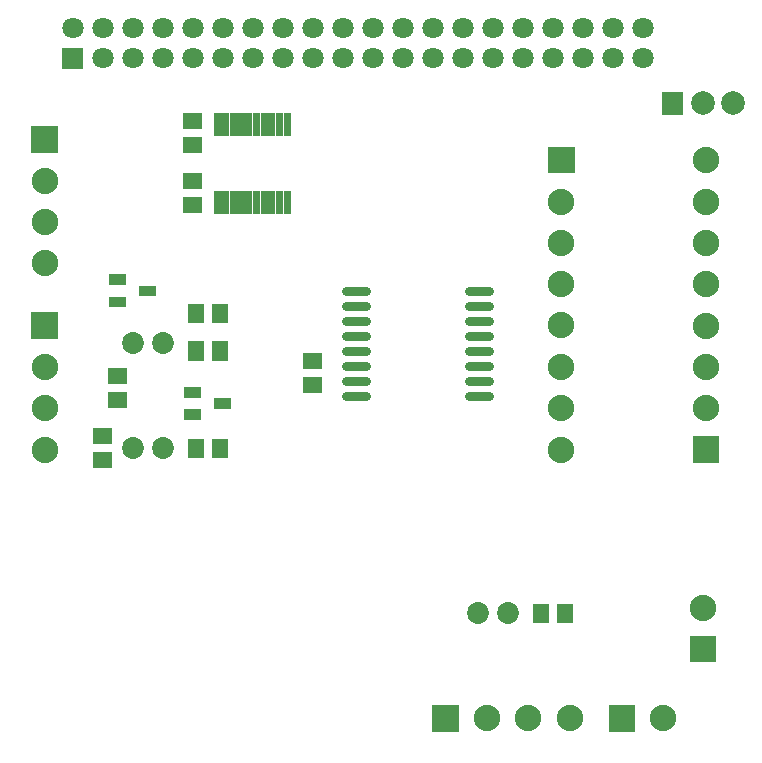
<source format=gts>
G04 Layer: TopSolderMaskLayer*
G04 EasyEDA v6.3.22, 2020-01-23T08:33:16+01:00*
G04 c9beca13151b413282484c31864a17c3,a11fdbbf625d454fa155e63b1a2a2389,10*
G04 Gerber Generator version 0.2*
G04 Scale: 100 percent, Rotated: No, Reflected: No *
G04 Dimensions in inches *
G04 leading zeros omitted , absolute positions ,2 integer and 4 decimal *
%FSLAX24Y24*%
%MOIN*%
G90*
G70D02*

%ADD33C,0.031622*%
%ADD35R,0.088000X0.088000*%
%ADD36C,0.088000*%
%ADD38C,0.070992*%
%ADD39C,0.078866*%
%ADD44C,0.073000*%

%LPD*%
G54D33*
G01X12539Y16000D02*
G01X11870Y16000D01*
G01X12539Y15500D02*
G01X11870Y15500D01*
G01X12539Y15000D02*
G01X11870Y15000D01*
G01X12539Y14500D02*
G01X11870Y14500D01*
G01X12539Y14000D02*
G01X11870Y14000D01*
G01X12539Y13500D02*
G01X11870Y13500D01*
G01X12539Y13000D02*
G01X11870Y13000D01*
G01X12539Y12500D02*
G01X11870Y12500D01*
G01X16629Y16000D02*
G01X15960Y16000D01*
G01X16629Y15500D02*
G01X15960Y15500D01*
G01X16629Y15000D02*
G01X15960Y15000D01*
G01X16629Y14500D02*
G01X15960Y14500D01*
G01X16629Y14000D02*
G01X15960Y14000D01*
G01X16629Y13500D02*
G01X15960Y13500D01*
G01X16629Y13000D02*
G01X15960Y13000D01*
G01X16629Y12500D02*
G01X15960Y12500D01*
G36*
G01X6582Y10425D02*
G01X6582Y11075D01*
G01X7117Y11075D01*
G01X7117Y10425D01*
G01X6582Y10425D01*
G37*
G36*
G01X7381Y10425D02*
G01X7381Y11075D01*
G01X7918Y11075D01*
G01X7918Y10425D01*
G01X7381Y10425D01*
G37*
G36*
G01X1376Y20603D02*
G01X1376Y21484D01*
G01X2257Y21484D01*
G01X2257Y20603D01*
G01X1376Y20603D01*
G37*
G54D36*
G01X1816Y19663D03*
G01X1816Y18283D03*
G01X1816Y16913D03*
G36*
G01X2394Y23394D02*
G01X2394Y24105D01*
G01X3105Y24105D01*
G01X3105Y23394D01*
G01X2394Y23394D01*
G37*
G54D38*
G01X2750Y24750D03*
G01X3750Y23750D03*
G01X3750Y24750D03*
G01X4750Y23750D03*
G01X4750Y24750D03*
G01X5750Y23750D03*
G01X5750Y24750D03*
G01X6750Y23750D03*
G01X6750Y24750D03*
G01X7750Y23750D03*
G01X7750Y24750D03*
G01X8750Y23750D03*
G01X8750Y24750D03*
G01X9750Y23750D03*
G01X9750Y24750D03*
G01X10750Y23750D03*
G01X10750Y24750D03*
G01X11750Y23750D03*
G01X11750Y24750D03*
G01X12750Y23750D03*
G01X12750Y24750D03*
G01X13750Y23750D03*
G01X13750Y24750D03*
G01X14750Y23750D03*
G01X14750Y24750D03*
G01X15750Y23750D03*
G01X15750Y24750D03*
G01X16750Y23750D03*
G01X16750Y24750D03*
G01X17750Y23750D03*
G01X17750Y24750D03*
G01X18750Y23750D03*
G01X18750Y24750D03*
G01X19750Y23750D03*
G01X19750Y24750D03*
G01X20750Y23750D03*
G01X20750Y24750D03*
G01X21750Y23750D03*
G01X21750Y24750D03*
G54D39*
G01X24750Y22250D03*
G01X23750Y22250D03*
G36*
G01X22400Y21855D02*
G01X22400Y22644D01*
G01X23100Y22644D01*
G01X23100Y21855D01*
G01X22400Y21855D01*
G37*
G36*
G01X23423Y10269D02*
G01X23423Y11148D01*
G01X24303Y11148D01*
G01X24303Y10269D01*
G01X23423Y10269D01*
G37*
G54D36*
G01X23864Y12088D03*
G01X23864Y13468D03*
G01X23864Y14838D03*
G01X23864Y16218D03*
G01X23864Y17598D03*
G01X23864Y18978D03*
G01X23864Y20358D03*
G36*
G01X14744Y1309D02*
G01X14744Y2190D01*
G01X15625Y2190D01*
G01X15625Y1309D01*
G01X14744Y1309D01*
G37*
G01X16564Y1750D03*
G01X17944Y1750D03*
G01X19314Y1750D03*
G36*
G01X1376Y14403D02*
G01X1376Y15282D01*
G01X2257Y15282D01*
G01X2257Y14403D01*
G01X1376Y14403D01*
G37*
G01X1816Y13462D03*
G01X1816Y12082D03*
G01X1816Y10712D03*
G54D35*
G01X23750Y4059D03*
G54D36*
G01X23750Y5440D03*
G36*
G01X18601Y19919D02*
G01X18601Y20798D01*
G01X19481Y20798D01*
G01X19481Y19919D01*
G01X18601Y19919D01*
G37*
G01X19041Y18978D03*
G01X19041Y17598D03*
G01X19041Y16228D03*
G01X19041Y14848D03*
G01X19041Y13468D03*
G01X19041Y12088D03*
G01X19041Y10708D03*
G36*
G01X18081Y4925D02*
G01X18081Y5575D01*
G01X18618Y5575D01*
G01X18618Y4925D01*
G01X18081Y4925D01*
G37*
G36*
G01X18881Y4925D02*
G01X18881Y5575D01*
G01X19418Y5575D01*
G01X19418Y4925D01*
G01X18881Y4925D01*
G37*
G36*
G01X10425Y12582D02*
G01X10425Y13117D01*
G01X11075Y13117D01*
G01X11075Y12582D01*
G01X10425Y12582D01*
G37*
G36*
G01X10425Y13382D02*
G01X10425Y13917D01*
G01X11075Y13917D01*
G01X11075Y13382D01*
G01X10425Y13382D01*
G37*
G36*
G01X6425Y21382D02*
G01X6425Y21917D01*
G01X7075Y21917D01*
G01X7075Y21382D01*
G01X6425Y21382D01*
G37*
G36*
G01X6425Y20582D02*
G01X6425Y21117D01*
G01X7075Y21117D01*
G01X7075Y20582D01*
G01X6425Y20582D01*
G37*
G36*
G01X6425Y18582D02*
G01X6425Y19117D01*
G01X7075Y19117D01*
G01X7075Y18582D01*
G01X6425Y18582D01*
G37*
G36*
G01X6425Y19382D02*
G01X6425Y19917D01*
G01X7075Y19917D01*
G01X7075Y19382D01*
G01X6425Y19382D01*
G37*
G36*
G01X4955Y15821D02*
G01X4955Y16178D01*
G01X5528Y16178D01*
G01X5528Y15821D01*
G01X4955Y15821D01*
G37*
G36*
G01X3971Y15448D02*
G01X3971Y15803D01*
G01X4544Y15803D01*
G01X4544Y15448D01*
G01X3971Y15448D01*
G37*
G36*
G01X3971Y16196D02*
G01X3971Y16552D01*
G01X4544Y16552D01*
G01X4544Y16196D01*
G01X3971Y16196D01*
G37*
G36*
G01X9781Y21153D02*
G01X9781Y21944D01*
G01X10022Y21944D01*
G01X10022Y21153D01*
G01X9781Y21153D01*
G37*
G36*
G01X9526Y21153D02*
G01X9526Y21944D01*
G01X9765Y21944D01*
G01X9765Y21153D01*
G01X9526Y21153D01*
G37*
G36*
G01X9269Y21153D02*
G01X9269Y21944D01*
G01X9510Y21944D01*
G01X9510Y21153D01*
G01X9269Y21153D01*
G37*
G36*
G01X9014Y21153D02*
G01X9014Y21944D01*
G01X9253Y21944D01*
G01X9253Y21153D01*
G01X9014Y21153D01*
G37*
G36*
G01X8757Y21153D02*
G01X8757Y21944D01*
G01X8997Y21944D01*
G01X8997Y21153D01*
G01X8757Y21153D01*
G37*
G36*
G01X8502Y21153D02*
G01X8502Y21944D01*
G01X8742Y21944D01*
G01X8742Y21153D01*
G01X8502Y21153D01*
G37*
G36*
G01X8246Y21153D02*
G01X8246Y21944D01*
G01X8485Y21944D01*
G01X8485Y21153D01*
G01X8246Y21153D01*
G37*
G36*
G01X7989Y21153D02*
G01X7989Y21944D01*
G01X8230Y21944D01*
G01X8230Y21153D01*
G01X7989Y21153D01*
G37*
G36*
G01X7734Y21153D02*
G01X7734Y21944D01*
G01X7973Y21944D01*
G01X7973Y21153D01*
G01X7734Y21153D01*
G37*
G36*
G01X7477Y21153D02*
G01X7477Y21944D01*
G01X7718Y21944D01*
G01X7718Y21153D01*
G01X7477Y21153D01*
G37*
G36*
G01X7477Y18555D02*
G01X7477Y19346D01*
G01X7718Y19346D01*
G01X7718Y18555D01*
G01X7477Y18555D01*
G37*
G36*
G01X7734Y18555D02*
G01X7734Y19346D01*
G01X7973Y19346D01*
G01X7973Y18555D01*
G01X7734Y18555D01*
G37*
G36*
G01X7989Y18555D02*
G01X7989Y19346D01*
G01X8230Y19346D01*
G01X8230Y18555D01*
G01X7989Y18555D01*
G37*
G36*
G01X8246Y18555D02*
G01X8246Y19346D01*
G01X8485Y19346D01*
G01X8485Y18555D01*
G01X8246Y18555D01*
G37*
G36*
G01X8502Y18555D02*
G01X8502Y19346D01*
G01X8742Y19346D01*
G01X8742Y18555D01*
G01X8502Y18555D01*
G37*
G36*
G01X8757Y18555D02*
G01X8757Y19346D01*
G01X8997Y19346D01*
G01X8997Y18555D01*
G01X8757Y18555D01*
G37*
G36*
G01X9014Y18555D02*
G01X9014Y19346D01*
G01X9253Y19346D01*
G01X9253Y18555D01*
G01X9014Y18555D01*
G37*
G36*
G01X9269Y18555D02*
G01X9269Y19346D01*
G01X9510Y19346D01*
G01X9510Y18555D01*
G01X9269Y18555D01*
G37*
G36*
G01X9526Y18555D02*
G01X9526Y19346D01*
G01X9765Y19346D01*
G01X9765Y18555D01*
G01X9526Y18555D01*
G37*
G36*
G01X9781Y18555D02*
G01X9781Y19346D01*
G01X10022Y19346D01*
G01X10022Y18555D01*
G01X9781Y18555D01*
G37*
G36*
G01X7381Y13675D02*
G01X7381Y14325D01*
G01X7918Y14325D01*
G01X7918Y13675D01*
G01X7381Y13675D01*
G37*
G36*
G01X6582Y13675D02*
G01X6582Y14325D01*
G01X7117Y14325D01*
G01X7117Y13675D01*
G01X6582Y13675D01*
G37*
G36*
G01X7381Y14925D02*
G01X7381Y15575D01*
G01X7918Y15575D01*
G01X7918Y14925D01*
G01X7381Y14925D01*
G37*
G36*
G01X6582Y14925D02*
G01X6582Y15575D01*
G01X7117Y15575D01*
G01X7117Y14925D01*
G01X6582Y14925D01*
G37*
G36*
G01X3425Y10082D02*
G01X3425Y10617D01*
G01X4075Y10617D01*
G01X4075Y10082D01*
G01X3425Y10082D01*
G37*
G36*
G01X3425Y10882D02*
G01X3425Y11417D01*
G01X4075Y11417D01*
G01X4075Y10882D01*
G01X3425Y10882D01*
G37*
G36*
G01X3925Y12082D02*
G01X3925Y12617D01*
G01X4575Y12617D01*
G01X4575Y12082D01*
G01X3925Y12082D01*
G37*
G36*
G01X3925Y12882D02*
G01X3925Y13417D01*
G01X4575Y13417D01*
G01X4575Y12882D01*
G01X3925Y12882D01*
G37*
G36*
G01X7456Y12071D02*
G01X7456Y12428D01*
G01X8027Y12428D01*
G01X8027Y12071D01*
G01X7456Y12071D01*
G37*
G36*
G01X6471Y11698D02*
G01X6471Y12053D01*
G01X7044Y12053D01*
G01X7044Y11698D01*
G01X6471Y11698D01*
G37*
G36*
G01X6471Y12446D02*
G01X6471Y12801D01*
G01X7044Y12801D01*
G01X7044Y12446D01*
G01X6471Y12446D01*
G37*
G36*
G01X20619Y1309D02*
G01X20619Y2190D01*
G01X21500Y2190D01*
G01X21500Y1309D01*
G01X20619Y1309D01*
G37*
G01X22439Y1750D03*
G54D44*
G01X5750Y10750D03*
G01X4750Y10750D03*
G01X17250Y5250D03*
G01X16250Y5250D03*
G01X5750Y14250D03*
G01X4750Y14250D03*
M00*
M02*

</source>
